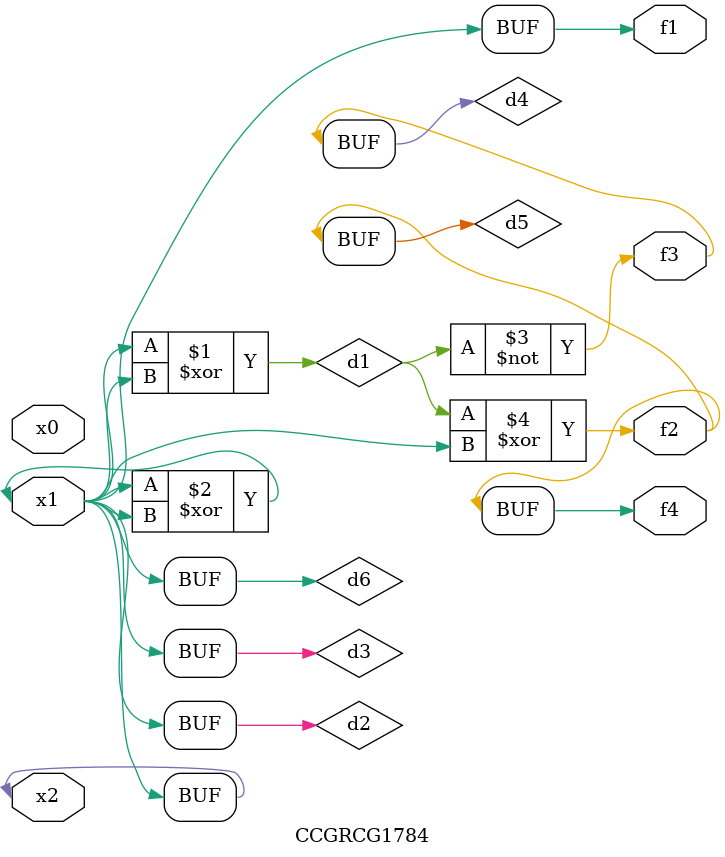
<source format=v>
module CCGRCG1784(
	input x0, x1, x2,
	output f1, f2, f3, f4
);

	wire d1, d2, d3, d4, d5, d6;

	xor (d1, x1, x2);
	buf (d2, x1, x2);
	xor (d3, x1, x2);
	nor (d4, d1);
	xor (d5, d1, d2);
	buf (d6, d2, d3);
	assign f1 = d6;
	assign f2 = d5;
	assign f3 = d4;
	assign f4 = d5;
endmodule

</source>
